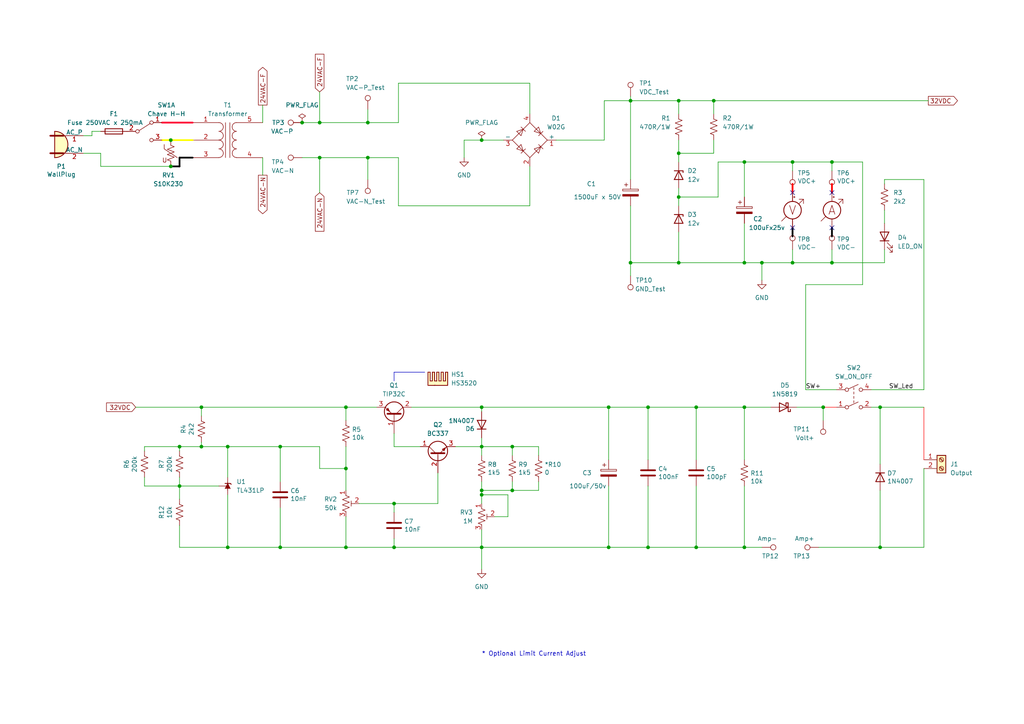
<source format=kicad_sch>
(kicad_sch (version 20230121) (generator eeschema)
  (paper "A4")
  (title_block (title "Linear Power Supply - 0V a 24 V - 500mA") (date "2023-10-15") (rev "1.0") (company "Made by A.T."))
  (lib_symbols
    (symbol "Connector:Conn_WallPlug" (pin_names (offset 0))
      (property "Reference" "P" (at -1.27 4.445 0))
      (property "Value" "Conn_WallPlug" (at -5.715 0 90))
      (symbol "Conn_WallPlug_0_1"
        (arc (start -3.175 -3.81) (mid 0.6184 0) (end -3.175 3.81) (stroke (width 0.254)) (fill (type background)))
        (polyline (pts (xy -4.445 -2.54) (xy -0.635 -2.54)) (stroke (width 0.508)))
        (polyline (pts (xy -4.445 2.54) (xy -0.635 2.54)) (stroke (width 0.508)))
        (polyline (pts (xy -3.175 -3.81) (xy -3.175 3.81)) (stroke (width 0.254)))
        (polyline (pts (xy -0.635 -2.54) (xy 2.54 -2.54)))
        (polyline (pts (xy -0.635 2.54) (xy 2.54 2.54)))
      )
      (symbol "Conn_WallPlug_1_1"
        (pin power_out line (at 5.08 2.54 180) (length 5.08) (name "AC_P") (number "1"))
        (pin power_out line (at 5.08 -2.54 180) (length 5.08) (name "AC_N") (number "2"))
      )
    )
    (symbol "Connector:Screw_Terminal_01x02" (pin_names (offset 1.016) hide)
      (property "Reference" "J" (at 0 2.54 0))
      (property "Value" "Screw_Terminal_01x02" (at 0 -5.08 0))
      (symbol "Screw_Terminal_01x02_1_1"
        (rectangle (start -1.27 1.27) (end 1.27 -3.81) (stroke (width 0.254)) (fill (type background)))
        (circle (center 0 -2.54) (radius 0.635) (stroke (width 0.1524)))
        (polyline (pts (xy -0.5334 -2.2098) (xy 0.3302 -3.048)) (stroke (width 0.1524)))
        (polyline (pts (xy -0.5334 0.3302) (xy 0.3302 -0.508)) (stroke (width 0.1524)))
        (polyline (pts (xy -0.3556 -2.032) (xy 0.508 -2.8702)) (stroke (width 0.1524)))
        (polyline (pts (xy -0.3556 0.508) (xy 0.508 -0.3302)) (stroke (width 0.1524)))
        (circle (center 0 0) (radius 0.635) (stroke (width 0.1524)))
        (pin passive line (at -5.08 0 0) (length 3.81) (name "Pin_1") (number "1"))
        (pin passive line (at -5.08 -2.54 0) (length 3.81) (name "Pin_2") (number "2"))
      )
    )
    (symbol "Connector:TestPoint" (pin_numbers hide) (pin_names (offset 0.762) hide)
      (property "Reference" "TP" (at 0 6.858 0))
      (property "Value" "TestPoint" (at 0 5.08 0))
      (symbol "TestPoint_0_1"
        (circle (center 0 3.302) (radius 0.762))
      )
      (symbol "TestPoint_1_1"
        (pin passive line (at 0 0 90) (length 2.54) (name "1") (number "1"))
      )
    )
    (symbol "Device:Ammeter_DC" (pin_numbers hide) (pin_names (offset 0.0254) hide)
      (property "Reference" "MES" (at -3.302 1.016 0))
      (property "Value" "Ammeter_DC" (at -3.302 -0.762 0))
      (symbol "Ammeter_DC_0_0"
        (polyline (pts (xy -3.175 -3.175) (xy -1.905 -1.905)))
        (polyline (pts (xy 1.905 1.905) (xy 3.175 3.175)))
        (polyline (pts (xy 1.905 3.175) (xy 3.175 3.175) (xy 3.175 1.905)))
        (text "A" (at 0 0 0) (effects (font (size 2.54 2.54))))
      )
      (symbol "Ammeter_DC_0_1"
        (polyline (pts (xy 0.254 3.81) (xy 0.762 3.81)))
        (polyline (pts (xy 0.508 4.064) (xy 0.508 3.556)))
        (circle (center 0 0) (radius 2.54) (stroke (width 0.254)))
      )
      (symbol "Ammeter_DC_1_1"
        (pin passive line (at 0 -5.08 90) (length 2.54) (name "-") (number "1"))
        (pin passive line (at 0 5.08 270) (length 2.54) (name "+") (number "2"))
      )
    )
    (symbol "Device:C" (pin_numbers hide) (pin_names (offset 0.254))
      (property "Reference" "C" (at 0.635 2.54 0))
      (property "Value" "C" (at 0.635 -2.54 0))
      (symbol "C_0_1"
        (polyline (pts (xy -2.032 -0.762) (xy 2.032 -0.762)) (stroke (width 0.508)))
        (polyline (pts (xy -2.032 0.762) (xy 2.032 0.762)) (stroke (width 0.508)))
      )
      (symbol "C_1_1"
        (pin passive line (at 0 3.81 270) (length 2.794) (name "~") (number "1"))
        (pin passive line (at 0 -3.81 90) (length 2.794) (name "~") (number "2"))
      )
    )
    (symbol "Device:C_Polarized" (pin_numbers hide) (pin_names (offset 0.254))
      (property "Reference" "C" (at 0.635 2.54 0))
      (property "Value" "C_Polarized" (at 0.635 -2.54 0))
      (symbol "C_Polarized_0_1"
        (rectangle (start -2.286 0.508) (end 2.286 1.016))
        (polyline (pts (xy -1.778 2.286) (xy -0.762 2.286)))
        (polyline (pts (xy -1.27 2.794) (xy -1.27 1.778)))
        (rectangle (start 2.286 -0.508) (end -2.286 -1.016) (fill (type outline)))
      )
      (symbol "C_Polarized_1_1"
        (pin passive line (at 0 3.81 270) (length 2.794) (name "~") (number "1"))
        (pin passive line (at 0 -3.81 90) (length 2.794) (name "~") (number "2"))
      )
    )
    (symbol "Device:D_Zener" (pin_numbers hide) (pin_names (offset 1.016) hide)
      (property "Reference" "D" (at 0 2.54 0))
      (property "Value" "D_Zener" (at 0 -2.54 0))
      (symbol "D_Zener_0_1"
        (polyline (pts (xy 1.27 0) (xy -1.27 0)))
        (polyline (pts (xy -1.27 -1.27) (xy -1.27 1.27) (xy -0.762 1.27)) (stroke (width 0.254)))
        (polyline (pts (xy 1.27 -1.27) (xy 1.27 1.27) (xy -1.27 0) (xy 1.27 -1.27)) (stroke (width 0.254)))
      )
      (symbol "D_Zener_1_1"
        (pin passive line (at -3.81 0 0) (length 2.54) (name "K") (number "1"))
        (pin passive line (at 3.81 0 180) (length 2.54) (name "A") (number "2"))
      )
    )
    (symbol "Device:Fuse" (pin_numbers hide) (pin_names (offset 0))
      (property "Reference" "F" (at 2.032 0 90))
      (property "Value" "Fuse" (at -1.905 0 90))
      (symbol "Fuse_0_1"
        (rectangle (start -0.762 -2.54) (end 0.762 2.54) (stroke (width 0.254)))
        (polyline (pts (xy 0 2.54) (xy 0 -2.54)))
      )
      (symbol "Fuse_1_1"
        (pin passive line (at 0 3.81 270) (length 1.27) (name "~") (number "1"))
        (pin passive line (at 0 -3.81 90) (length 1.27) (name "~") (number "2"))
      )
    )
    (symbol "Device:LED" (pin_numbers hide) (pin_names (offset 1.016) hide)
      (property "Reference" "D" (at 0 2.54 0))
      (property "Value" "LED" (at 0 -2.54 0))
      (symbol "LED_0_1"
        (polyline (pts (xy -1.27 -1.27) (xy -1.27 1.27)) (stroke (width 0.254)))
        (polyline (pts (xy -1.27 0) (xy 1.27 0)))
        (polyline (pts (xy 1.27 -1.27) (xy 1.27 1.27) (xy -1.27 0) (xy 1.27 -1.27)) (stroke (width 0.254)))
        (polyline (pts (xy -3.048 -0.762) (xy -4.572 -2.286) (xy -3.81 -2.286) (xy -4.572 -2.286) (xy -4.572 -1.524)))
        (polyline (pts (xy -1.778 -0.762) (xy -3.302 -2.286) (xy -2.54 -2.286) (xy -3.302 -2.286) (xy -3.302 -1.524)))
      )
      (symbol "LED_1_1"
        (pin passive line (at -3.81 0 0) (length 2.54) (name "K") (number "1"))
        (pin passive line (at 3.81 0 180) (length 2.54) (name "A") (number "2"))
      )
    )
    (symbol "Device:R_Potentiometer_Trim_US" (pin_names (offset 1.016) hide)
      (property "Reference" "RV" (at -4.445 0 90))
      (property "Value" "R_Potentiometer_Trim_US" (at -2.54 0 90))
      (symbol "R_Potentiometer_Trim_US_0_1"
        (polyline (pts (xy 0 -2.286) (xy 0 -2.54)))
        (polyline (pts (xy 0 2.286) (xy 0 2.54)))
        (polyline (pts (xy 1.524 0.762) (xy 1.524 -0.762)))
        (polyline (pts (xy 2.54 0) (xy 1.524 0)))
        (polyline (pts (xy 0 -0.762) (xy 1.016 -1.143) (xy 0 -1.524) (xy -1.016 -1.905) (xy 0 -2.286)))
        (polyline (pts (xy 0 0.762) (xy 1.016 0.381) (xy 0 0) (xy -1.016 -0.381) (xy 0 -0.762)))
        (polyline (pts (xy 0 2.286) (xy 1.016 1.905) (xy 0 1.524) (xy -1.016 1.143) (xy 0 0.762)))
      )
      (symbol "R_Potentiometer_Trim_US_1_1"
        (pin passive line (at 0 3.81 270) (length 1.27) (name "1") (number "1"))
        (pin passive line (at 3.81 0 180) (length 1.27) (name "2") (number "2"))
        (pin passive line (at 0 -3.81 90) (length 1.27) (name "3") (number "3"))
      )
    )
    (symbol "Device:R_US" (pin_numbers hide) (pin_names (offset 0))
      (property "Reference" "R" (at 2.54 0 90))
      (property "Value" "R_US" (at -2.54 0 90))
      (symbol "R_US_0_1"
        (polyline (pts (xy 0 -2.286) (xy 0 -2.54)))
        (polyline (pts (xy 0 2.286) (xy 0 2.54)))
        (polyline (pts (xy 0 -0.762) (xy 1.016 -1.143) (xy 0 -1.524) (xy -1.016 -1.905) (xy 0 -2.286)))
        (polyline (pts (xy 0 0.762) (xy 1.016 0.381) (xy 0 0) (xy -1.016 -0.381) (xy 0 -0.762)))
        (polyline (pts (xy 0 2.286) (xy 1.016 1.905) (xy 0 1.524) (xy -1.016 1.143) (xy 0 0.762)))
      )
      (symbol "R_US_1_1"
        (pin passive line (at 0 3.81 270) (length 1.27) (name "~") (number "1"))
        (pin passive line (at 0 -3.81 90) (length 1.27) (name "~") (number "2"))
      )
    )
    (symbol "Device:Transformer_SP_1S" (pin_names (offset 1.016) hide)
      (property "Reference" "T" (at 0 6.35 0))
      (property "Value" "Transformer_SP_1S" (at 0 -7.62 0))
      (symbol "Transformer_SP_1S_0_1"
        (arc (start -2.54 -5.0546) (mid -1.6599 -4.6901) (end -1.27 -3.81))
        (arc (start -2.54 -2.5146) (mid -1.6599 -2.1501) (end -1.27 -1.27))
        (arc (start -2.54 0.0254) (mid -1.6599 0.3899) (end -1.27 1.27))
        (arc (start -2.54 2.5654) (mid -1.6599 2.9299) (end -1.27 3.81))
        (arc (start -1.27 -3.81) (mid -1.642 -2.912) (end -2.54 -2.54))
        (arc (start -1.27 -1.27) (mid -1.642 -0.372) (end -2.54 0))
        (arc (start -1.27 1.27) (mid -1.642 2.168) (end -2.54 2.54))
        (arc (start -1.27 3.81) (mid -1.642 4.708) (end -2.54 5.08))
        (polyline (pts (xy -0.635 5.08) (xy -0.635 -5.08)))
        (polyline (pts (xy 0.635 -5.08) (xy 0.635 5.08)))
        (arc (start 1.2954 -1.27) (mid 1.6599 -2.1501) (end 2.54 -2.5146))
        (arc (start 1.2954 1.27) (mid 1.6599 0.3899) (end 2.54 0.0254))
        (arc (start 1.2954 3.81) (mid 1.6599 2.9299) (end 2.54 2.5654))
        (arc (start 1.3208 -3.81) (mid 1.6853 -4.6901) (end 2.5654 -5.0546))
        (arc (start 2.54 0) (mid 1.642 -0.372) (end 1.2954 -1.27))
        (arc (start 2.54 2.54) (mid 1.642 2.168) (end 1.2954 1.27))
        (arc (start 2.54 5.08) (mid 1.642 4.708) (end 1.2954 3.81))
        (arc (start 2.5654 -2.54) (mid 1.6674 -2.912) (end 1.3208 -3.81))
      )
      (symbol "Transformer_SP_1S_1_1"
        (pin passive line (at -10.16 5.08 0) (length 7.62) (name "PR1") (number "1"))
        (pin passive line (at -10.16 0 0) (length 7.62) (name "PM") (number "2"))
        (pin passive line (at -10.16 -5.08 0) (length 7.62) (name "PR2") (number "3"))
        (pin passive line (at 10.16 -5.08 180) (length 7.62) (name "S1") (number "4"))
        (pin passive line (at 10.16 5.08 180) (length 7.62) (name "S2") (number "5"))
      )
    )
    (symbol "Device:Varistor_US" (pin_numbers hide) (pin_names (offset 0))
      (property "Reference" "RV" (at 3.175 0 90))
      (property "Value" "Varistor_US" (at -3.175 0 90))
      (symbol "Varistor_US_0_0"
        (text "U" (at -1.778 -2.032 0) (effects (font (size 1.27 1.27))))
      )
      (symbol "Varistor_US_0_1"
        (polyline (pts (xy 0 -2.286) (xy 0 -2.54)))
        (polyline (pts (xy 0 2.286) (xy 0 2.54)))
        (polyline (pts (xy -1.905 2.54) (xy -1.905 1.27) (xy 1.905 -1.27)))
        (polyline (pts (xy 0 -0.762) (xy 1.016 -1.143) (xy 0 -1.524) (xy -1.016 -1.905) (xy 0 -2.286)))
        (polyline (pts (xy 0 0.762) (xy 1.016 0.381) (xy 0 0) (xy -1.016 -0.381) (xy 0 -0.762)))
        (polyline (pts (xy 0 2.286) (xy 1.016 1.905) (xy 0 1.524) (xy -1.016 1.143) (xy 0 0.762)))
      )
      (symbol "Varistor_US_1_1"
        (pin passive line (at 0 3.81 270) (length 1.27) (name "~") (number "1"))
        (pin passive line (at 0 -3.81 90) (length 1.27) (name "~") (number "2"))
      )
    )
    (symbol "Device:Voltmeter_DC" (pin_numbers hide) (pin_names (offset 0.0254) hide)
      (property "Reference" "MES" (at -3.302 1.016 0))
      (property "Value" "Voltmeter_DC" (at -3.302 -0.762 0))
      (symbol "Voltmeter_DC_0_0"
        (polyline (pts (xy -3.175 -3.175) (xy -1.905 -1.905)))
        (polyline (pts (xy 1.905 1.905) (xy 3.175 3.175)))
        (polyline (pts (xy 1.905 3.175) (xy 3.175 3.175) (xy 3.175 1.905)))
        (text "V" (at 0 0 0) (effects (font (size 2.54 2.54))))
      )
      (symbol "Voltmeter_DC_0_1"
        (polyline (pts (xy 0.254 3.81) (xy 0.762 3.81)))
        (polyline (pts (xy 0.508 4.064) (xy 0.508 3.556)))
        (circle (center 0 0) (radius 2.54) (stroke (width 0.254)))
      )
      (symbol "Voltmeter_DC_1_1"
        (pin passive line (at 0 -5.08 90) (length 2.54) (name "-") (number "1"))
        (pin passive line (at 0 5.08 270) (length 2.54) (name "+") (number "2"))
      )
    )
    (symbol "Diode:1N4007" (pin_numbers hide) (pin_names hide)
      (property "Reference" "D" (at 0 2.54 0))
      (property "Value" "1N4007" (at 0 -2.54 0))
      (symbol "1N4007_0_1"
        (polyline (pts (xy -1.27 1.27) (xy -1.27 -1.27)) (stroke (width 0.254)))
        (polyline (pts (xy 1.27 0) (xy -1.27 0)))
        (polyline (pts (xy 1.27 1.27) (xy 1.27 -1.27) (xy -1.27 0) (xy 1.27 1.27)) (stroke (width 0.254)))
      )
      (symbol "1N4007_1_1"
        (pin passive line (at -3.81 0 0) (length 2.54) (name "K") (number "1"))
        (pin passive line (at 3.81 0 180) (length 2.54) (name "A") (number "2"))
      )
    )
    (symbol "Diode:1N5819" (pin_numbers hide) (pin_names (offset 1.016) hide)
      (property "Reference" "D" (at 0 2.54 0))
      (property "Value" "1N5819" (at 0 -2.54 0))
      (symbol "1N5819_0_1"
        (polyline (pts (xy 1.27 0) (xy -1.27 0)))
        (polyline (pts (xy 1.27 1.27) (xy 1.27 -1.27) (xy -1.27 0) (xy 1.27 1.27)) (stroke (width 0.254)))
        (polyline (pts (xy -1.905 0.635) (xy -1.905 1.27) (xy -1.27 1.27) (xy -1.27 -1.27) (xy -0.635 -1.27) (xy -0.635 -0.635)) (stroke (width 0.254)))
      )
      (symbol "1N5819_1_1"
        (pin passive line (at -3.81 0 0) (length 2.54) (name "K") (number "1"))
        (pin passive line (at 3.81 0 180) (length 2.54) (name "A") (number "2"))
      )
    )
    (symbol "Diode_Bridge:W02G" (pin_names (offset 0))
      (property "Reference" "D" (at 2.54 6.985 0))
      (property "Value" "W02G" (at 2.54 5.08 0))
      (symbol "W02G_0_1"
        (polyline (pts (xy -2.54 3.81) (xy -1.27 2.54)))
        (polyline (pts (xy -1.27 -2.54) (xy -2.54 -3.81)))
        (polyline (pts (xy 2.54 -1.27) (xy 3.81 -2.54)))
        (polyline (pts (xy 2.54 1.27) (xy 3.81 2.54)))
        (polyline (pts (xy -3.81 2.54) (xy -2.54 1.27) (xy -1.905 3.175) (xy -3.81 2.54)))
        (polyline (pts (xy -2.54 -1.27) (xy -3.81 -2.54) (xy -1.905 -3.175) (xy -2.54 -1.27)))
        (polyline (pts (xy 1.27 2.54) (xy 2.54 3.81) (xy 3.175 1.905) (xy 1.27 2.54)))
        (polyline (pts (xy 3.175 -1.905) (xy 1.27 -2.54) (xy 2.54 -3.81) (xy 3.175 -1.905)))
        (polyline (pts (xy -5.08 0) (xy 0 -5.08) (xy 5.08 0) (xy 0 5.08) (xy -5.08 0)))
      )
      (symbol "W02G_1_1"
        (pin passive line (at 7.62 0 180) (length 2.54) (name "+") (number "1"))
        (pin passive line (at 0 -7.62 90) (length 2.54) (name "~") (number "2"))
        (pin passive line (at -7.62 0 0) (length 2.54) (name "-") (number "3"))
        (pin passive line (at 0 7.62 270) (length 2.54) (name "~") (number "4"))
      )
    )
    (symbol "Mechanical:Heatsink" (pin_names (offset 1.016))
      (property "Reference" "HS" (at 0 5.08 0))
      (property "Value" "Heatsink" (at 0 -1.27 0))
      (symbol "Heatsink_0_1"
        (polyline (pts (xy -0.3302 1.27) (xy -0.9652 1.27) (xy -0.9652 3.81) (xy -1.6002 3.81) (xy -1.6002 1.27) (xy -2.2352 1.27) (xy -2.2352 3.81) (xy -2.8702 3.81) (xy -2.8702 0) (xy -0.9652 0)) (stroke (width 0.254)) (fill (type background)))
        (polyline (pts (xy -0.3302 1.27) (xy -0.3302 3.81) (xy 0.3048 3.81) (xy 0.3048 1.27) (xy 0.9398 1.27) (xy 0.9398 3.81) (xy 1.5748 3.81) (xy 1.5748 1.27) (xy 2.2098 1.27) (xy 2.2098 3.81) (xy 2.8448 3.81) (xy 2.8448 0) (xy -0.9652 0)) (stroke (width 0.254)) (fill (type background)))
      )
    )
    (symbol "Reference_Voltage:TL431LP" (pin_numbers hide) (pin_names hide)
      (property "Reference" "U" (at -2.54 2.54 0))
      (property "Value" "TL431LP" (at 0 -2.54 0))
      (symbol "TL431LP_0_1"
        (polyline (pts (xy -1.27 0) (xy 0 0) (xy 1.27 0)))
        (polyline (pts (xy -0.762 0.762) (xy 0.762 0) (xy -0.762 -0.762)) (fill (type outline)))
        (polyline (pts (xy 0.508 -1.016) (xy 0.762 -0.762) (xy 0.762 0.762) (xy 0.762 0.762)) (stroke (width 0.254)))
      )
      (symbol "TL431LP_1_1"
        (pin passive line (at 0 2.54 270) (length 2.54) (name "REF") (number "1"))
        (pin passive line (at -2.54 0 0) (length 2.54) (name "A") (number "2"))
        (pin passive line (at 2.54 0 180) (length 2.54) (name "K") (number "3"))
      )
    )
    (symbol "Switch:SW_DPDT_x2" (pin_names (offset 0) hide)
      (property "Reference" "SW" (at 0 4.318 0))
      (property "Value" "SW_DPDT_x2" (at 0 -5.08 0))
      (symbol "SW_DPDT_x2_0_0"
        (circle (center -2.032 0) (radius 0.508))
        (circle (center 2.032 -2.54) (radius 0.508))
      )
      (symbol "SW_DPDT_x2_0_1"
        (polyline (pts (xy -1.524 0.254) (xy 1.651 2.286)))
        (circle (center 2.032 2.54) (radius 0.508))
      )
      (symbol "SW_DPDT_x2_1_1"
        (pin passive line (at 5.08 2.54 180) (length 2.54) (name "A") (number "1"))
        (pin passive line (at -5.08 0 0) (length 2.54) (name "B") (number "2"))
        (pin passive line (at 5.08 -2.54 180) (length 2.54) (name "C") (number "3"))
      )
      (symbol "SW_DPDT_x2_2_1"
        (pin passive line (at 5.08 2.54 180) (length 2.54) (name "A") (number "4"))
        (pin passive line (at -5.08 0 0) (length 2.54) (name "B") (number "5"))
        (pin passive line (at 5.08 -2.54 180) (length 2.54) (name "C") (number "6"))
      )
    )
    (symbol "Switch:SW_DPST" (pin_names (offset 0) hide)
      (property "Reference" "SW" (at 0 5.08 0))
      (property "Value" "SW_DPST" (at 0 -5.08 0))
      (symbol "SW_DPST_0_0"
        (circle (center -2.032 -2.54) (radius 0.508))
        (circle (center -2.032 2.54) (radius 0.508))
        (polyline (pts (xy -1.524 -2.286) (xy 1.27 -1.016)))
        (polyline (pts (xy -1.524 2.794) (xy 1.27 4.064)))
        (polyline (pts (xy 0 -1.27) (xy 0 -0.635)))
        (polyline (pts (xy 0 0) (xy 0 0.635)))
        (polyline (pts (xy 0 1.27) (xy 0 1.905)))
        (polyline (pts (xy 0 2.54) (xy 0 3.175)))
        (circle (center 2.032 -2.54) (radius 0.508))
        (circle (center 2.032 2.54) (radius 0.508))
      )
      (symbol "SW_DPST_1_1"
        (pin passive line (at -5.08 -2.54 0) (length 2.54) (name "1") (number "1"))
        (pin passive line (at 5.08 -2.54 180) (length 2.54) (name "2") (number "2"))
        (pin passive line (at -5.08 2.54 0) (length 2.54) (name "3") (number "3"))
        (pin passive line (at 5.08 2.54 180) (length 2.54) (name "4") (number "4"))
      )
    )
    (symbol "Transistor_BJT:BC337" (pin_names (offset 0) hide)
      (property "Reference" "Q" (at 5.08 1.905 0))
      (property "Value" "BC337" (at 5.08 0 0))
      (symbol "BC337_0_1"
        (polyline (pts (xy 0 0) (xy 0.635 0)))
        (polyline (pts (xy 0.635 0.635) (xy 2.54 2.54)))
        (polyline (pts (xy 0.635 -0.635) (xy 2.54 -2.54) (xy 2.54 -2.54)))
        (polyline (pts (xy 0.635 1.905) (xy 0.635 -1.905) (xy 0.635 -1.905)) (stroke (width 0.508)))
        (polyline (pts (xy 1.27 -1.778) (xy 1.778 -1.27) (xy 2.286 -2.286) (xy 1.27 -1.778) (xy 1.27 -1.778)) (fill (type outline)))
        (circle (center 1.27 0) (radius 2.8194) (stroke (width 0.254)))
      )
      (symbol "BC337_1_1"
        (pin passive line (at 2.54 5.08 270) (length 2.54) (name "C") (number "1"))
        (pin input line (at -5.08 0 0) (length 5.08) (name "B") (number "2"))
        (pin passive line (at 2.54 -5.08 90) (length 2.54) (name "E") (number "3"))
      )
    )
    (symbol "Transistor_BJT:TIP42" (pin_names (offset 0) hide)
      (property "Reference" "Q" (at 6.35 1.905 0))
      (property "Value" "TIP42" (at 6.35 0 0))
      (symbol "TIP42_0_1"
        (polyline (pts (xy 0.635 0.635) (xy 2.54 2.54)))
        (polyline (pts (xy 0.635 -0.635) (xy 2.54 -2.54) (xy 2.54 -2.54)))
        (polyline (pts (xy 0.635 1.905) (xy 0.635 -1.905) (xy 0.635 -1.905)) (stroke (width 0.508)))
        (polyline (pts (xy 2.286 -1.778) (xy 1.778 -2.286) (xy 1.27 -1.27) (xy 2.286 -1.778) (xy 2.286 -1.778)) (fill (type outline)))
        (circle (center 1.27 0) (radius 2.8194) (stroke (width 0.254)))
      )
      (symbol "TIP42_1_1"
        (pin input line (at -5.08 0 0) (length 5.715) (name "B") (number "1"))
        (pin passive line (at 2.54 5.08 270) (length 2.54) (name "C") (number "2"))
        (pin passive line (at 2.54 -5.08 90) (length 2.54) (name "E") (number "3"))
      )
    )
    (symbol "power:GND" (power) (pin_names (offset 0))
      (property "Value" "GND" (at 0 -3.81 0))
      (symbol "GND_0_1"
        (polyline (pts (xy 0 0) (xy 0 -1.27) (xy 1.27 -1.27) (xy 0 -2.54) (xy -1.27 -1.27) (xy 0 -1.27)))
      )
      (symbol "GND_1_1"
        (pin power_in line (at 0 0 270) (length 0) hide (name "GND") (number "1"))
      )
    )
    (symbol "power:PWR_FLAG" (power) (pin_numbers hide) (pin_names (offset 0) hide)
      (property "Value" "PWR_FLAG" (at 0 3.81 0))
      (symbol "PWR_FLAG_0_0"
        (pin power_out line (at 0 0 90) (length 0) (name "pwr") (number "1"))
      )
      (symbol "PWR_FLAG_0_1"
        (polyline (pts (xy 0 0) (xy 0 1.27) (xy -1.016 1.905) (xy 0 2.54) (xy 1.016 1.905) (xy 0 1.27)))
      )
    )
  )
  (bus_alias "Vout-" (members "Net-(D7-A)/"))
  (junction (at 58.42 118.11))
  (junction (at 241.3 46.99))
  (junction (at 139.7 142.24))
  (junction (at 66.04 129.54))
  (junction (at 52.07 140.97))
  (junction (at 207.01 29.21))
  (junction (at 187.96 118.11))
  (junction (at 201.93 118.11))
  (junction (at 58.42 129.54))
  (junction (at 215.9 46.99))
  (junction (at 49.53 40.64))
  (junction (at 81.28 129.54))
  (junction (at 229.87 76.2))
  (junction (at 196.85 44.45))
  (junction (at 66.04 158.75))
  (junction (at 220.98 76.2))
  (junction (at 139.7 158.75))
  (junction (at 255.27 158.75))
  (junction (at 100.33 135.89))
  (junction (at 106.68 45.72))
  (junction (at 49.53 48.26))
  (junction (at 238.76 118.11))
  (junction (at 92.71 35.56))
  (junction (at 81.28 158.75))
  (junction (at 196.85 29.21))
  (junction (at 87.63 35.56))
  (junction (at 255.27 118.11))
  (junction (at 139.7 143.51))
  (junction (at 196.85 76.2))
  (junction (at 215.9 158.75))
  (junction (at 187.96 158.75))
  (junction (at 139.7 129.54))
  (junction (at 176.53 158.75))
  (junction (at 176.53 118.11))
  (junction (at 52.07 129.54))
  (junction (at 148.59 129.54))
  (junction (at 100.33 158.75))
  (junction (at 114.3 158.75))
  (junction (at 215.9 76.2))
  (junction (at 114.3 146.05))
  (junction (at 106.68 35.56))
  (junction (at 215.9 118.11))
  (junction (at 241.3 76.2))
  (junction (at 92.71 45.72))
  (junction (at 139.7 40.64))
  (junction (at 148.59 142.24))
  (junction (at 201.93 158.75))
  (junction (at 196.85 57.15))
  (junction (at 139.7 118.11))
  (junction (at 182.88 76.2))
  (junction (at 100.33 118.11))
  (junction (at 182.88 29.21))
  (junction (at 229.87 46.99))
  (no_connect (at 229.87 55.88))
  (no_connect (at 241.3 55.88))
  (no_connect (at 241.3 66.04))
  (no_connect (at 229.87 66.04))
  (wire (pts (xy 176.53 118.11) (xy 176.53 133.35)))
  (wire (pts (xy 106.68 45.72) (xy 115.57 45.72)))
  (wire (pts (xy 233.68 113.03) (xy 233.68 82.55)))
  (wire (pts (xy 256.54 72.39) (xy 256.54 76.2)))
  (wire (pts (xy 100.33 158.75) (xy 114.3 158.75)))
  (wire (pts (xy 267.97 133.35) (xy 267.97 118.11)) (stroke (width 0) (color 255 0 0 1)))
  (wire (pts (xy 237.49 158.75) (xy 255.27 158.75)))
  (wire (pts (xy 49.53 48.26) (xy 29.21 48.26)))
  (wire (pts (xy 175.26 40.64) (xy 175.26 29.21)))
  (wire (pts (xy 87.63 35.56) (xy 92.71 35.56)))
  (wire (pts (xy 114.3 146.05) (xy 127 146.05)))
  (wire (pts (xy 26.67 39.37) (xy 26.67 38.1)))
  (wire (pts (xy 187.96 118.11) (xy 201.93 118.11)))
  (wire (pts (xy 255.27 118.11) (xy 267.97 118.11)))
  (wire (pts (xy 241.3 72.39) (xy 241.3 76.2)))
  (wire (pts (xy 39.37 118.11) (xy 58.42 118.11)))
  (wire (pts (xy 267.97 113.03) (xy 267.97 52.07)))
  (wire (pts (xy 115.57 24.13) (xy 153.67 24.13)))
  (wire (pts (xy 46.99 40.64) (xy 49.53 40.64)) (stroke (width 0.5) (color 255 255 0 1)))
  (wire (pts (xy 139.7 40.64) (xy 146.05 40.64)))
  (wire (pts (xy 52.07 138.43) (xy 52.07 140.97)))
  (wire (pts (xy 139.7 158.75) (xy 139.7 165.1)))
  (wire (pts (xy 156.21 132.08) (xy 156.21 129.54)))
  (wire (pts (xy 52.07 158.75) (xy 66.04 158.75)))
  (wire (pts (xy 81.28 129.54) (xy 81.28 139.7)))
  (wire (pts (xy 207.01 44.45) (xy 196.85 44.45)))
  (wire (pts (xy 100.33 149.86) (xy 100.33 158.75)))
  (wire (pts (xy 114.3 129.54) (xy 121.92 129.54)))
  (wire (pts (xy 41.91 138.43) (xy 41.91 140.97)))
  (wire (pts (xy 182.88 59.69) (xy 182.88 76.2)))
  (wire (pts (xy 49.53 40.64) (xy 55.88 40.64)) (stroke (width 0.5) (color 255 255 0 1)))
  (wire (pts (xy 115.57 24.13) (xy 115.57 35.56)))
  (wire (pts (xy 114.3 156.21) (xy 114.3 158.75)))
  (wire (pts (xy 229.87 46.99) (xy 229.87 49.53)))
  (wire (pts (xy 134.62 40.64) (xy 134.62 45.72)))
  (wire (pts (xy 207.01 29.21) (xy 207.01 33.02)))
  (wire (pts (xy 52.07 130.81) (xy 52.07 129.54)))
  (wire (pts (xy 49.53 48.26) (xy 52.07 48.26)) (stroke (width 0.5) (color 0 0 0 1)))
  (wire (pts (xy 104.14 146.05) (xy 114.3 146.05)))
  (wire (pts (xy 92.71 35.56) (xy 106.68 35.56)))
  (wire (pts (xy 255.27 158.75) (xy 267.97 158.75)))
  (wire (pts (xy 100.33 118.11) (xy 100.33 121.92)))
  (wire (pts (xy 147.32 149.86) (xy 147.32 143.51)))
  (wire (pts (xy 255.27 134.62) (xy 255.27 118.11)))
  (wire (pts (xy 182.88 27.94) (xy 182.88 29.21)))
  (wire (pts (xy 196.85 44.45) (xy 196.85 46.99)))
  (wire (pts (xy 58.42 129.54) (xy 66.04 129.54)))
  (wire (pts (xy 106.68 35.56) (xy 115.57 35.56)))
  (wire (pts (xy 182.88 29.21) (xy 182.88 52.07)))
  (wire (pts (xy 24.13 44.45) (xy 29.21 44.45)))
  (wire (pts (xy 76.2 45.72) (xy 76.2 50.8)))
  (wire (pts (xy 52.07 140.97) (xy 52.07 144.78)))
  (wire (pts (xy 196.85 67.31) (xy 196.85 76.2)))
  (wire (pts (xy 241.3 46.99) (xy 250.19 46.99)))
  (wire (pts (xy 252.73 118.11) (xy 255.27 118.11)))
  (wire (pts (xy 139.7 153.67) (xy 139.7 158.75)))
  (wire (pts (xy 115.57 59.69) (xy 115.57 45.72)))
  (wire (pts (xy 256.54 52.07) (xy 256.54 53.34)))
  (wire (pts (xy 100.33 135.89) (xy 100.33 142.24)))
  (wire (pts (xy 220.98 76.2) (xy 220.98 81.28)))
  (wire (pts (xy 92.71 45.72) (xy 106.68 45.72)))
  (polyline (pts (xy 229.87 66.04) (xy 229.87 68.58)) (stroke (width 0.508) (type solid) (color 0 0 0 1)))
  (wire (pts (xy 66.04 143.51) (xy 66.04 158.75)))
  (wire (pts (xy 139.7 158.75) (xy 176.53 158.75)))
  (wire (pts (xy 250.19 82.55) (xy 250.19 46.99)))
  (wire (pts (xy 229.87 46.99) (xy 241.3 46.99)))
  (wire (pts (xy 182.88 76.2) (xy 182.88 80.01)))
  (wire (pts (xy 81.28 129.54) (xy 92.71 129.54)))
  (wire (pts (xy 238.76 118.11) (xy 242.57 118.11)) (stroke (width 0) (color 255 0 0 1)))
  (wire (pts (xy 127 137.16) (xy 127 146.05)))
  (wire (pts (xy 207.01 29.21) (xy 269.24 29.21)))
  (wire (pts (xy 52.07 129.54) (xy 58.42 129.54)))
  (wire (pts (xy 132.08 129.54) (xy 139.7 129.54)))
  (wire (pts (xy 229.87 76.2) (xy 241.3 76.2)))
  (wire (pts (xy 182.88 76.2) (xy 196.85 76.2)))
  (wire (pts (xy 215.9 57.15) (xy 215.9 46.99)))
  (wire (pts (xy 238.76 118.11) (xy 238.76 121.92)))
  (wire (pts (xy 196.85 29.21) (xy 196.85 33.02)))
  (wire (pts (xy 208.28 46.99) (xy 215.9 46.99)))
  (wire (pts (xy 267.97 135.89) (xy 267.97 158.75)))
  (polyline (pts (xy 241.3 55.88) (xy 241.3 53.34)) (stroke (width 0.508) (type solid) (color 255 0 0 1)))
  (wire (pts (xy 220.98 76.2) (xy 229.87 76.2)))
  (wire (pts (xy 215.9 158.75) (xy 220.98 158.75)))
  (wire (pts (xy 231.14 118.11) (xy 238.76 118.11)))
  (wire (pts (xy 182.88 29.21) (xy 196.85 29.21)))
  (wire (pts (xy 201.93 118.11) (xy 215.9 118.11)))
  (wire (pts (xy 201.93 118.11) (xy 201.93 133.35)))
  (wire (pts (xy 215.9 64.77) (xy 215.9 76.2)))
  (wire (pts (xy 114.3 158.75) (xy 139.7 158.75)))
  (wire (pts (xy 161.29 40.64) (xy 175.26 40.64)))
  (wire (pts (xy 139.7 143.51) (xy 139.7 146.05)))
  (wire (pts (xy 115.57 59.69) (xy 153.67 59.69)))
  (wire (pts (xy 81.28 158.75) (xy 81.28 147.32)))
  (wire (pts (xy 156.21 142.24) (xy 156.21 139.7)))
  (wire (pts (xy 255.27 142.24) (xy 255.27 158.75)))
  (wire (pts (xy 139.7 118.11) (xy 176.53 118.11)))
  (wire (pts (xy 139.7 119.38) (xy 139.7 118.11)))
  (wire (pts (xy 176.53 118.11) (xy 187.96 118.11)))
  (wire (pts (xy 52.07 140.97) (xy 63.5 140.97)))
  (wire (pts (xy 24.13 39.37) (xy 26.67 39.37)))
  (wire (pts (xy 41.91 129.54) (xy 41.91 130.81)))
  (wire (pts (xy 196.85 40.64) (xy 196.85 44.45)))
  (wire (pts (xy 46.99 35.56) (xy 55.88 35.56)) (stroke (width 0.5) (color 255 1 36 1)))
  (wire (pts (xy 215.9 140.97) (xy 215.9 158.75)))
  (wire (pts (xy 156.21 129.54) (xy 148.59 129.54)))
  (wire (pts (xy 100.33 118.11) (xy 109.22 118.11)))
  (wire (pts (xy 242.57 113.03) (xy 233.68 113.03)))
  (wire (pts (xy 148.59 142.24) (xy 148.59 139.7)))
  (wire (pts (xy 233.68 82.55) (xy 250.19 82.55)))
  (wire (pts (xy 196.85 76.2) (xy 215.9 76.2)))
  (wire (pts (xy 139.7 142.24) (xy 148.59 142.24)))
  (wire (pts (xy 208.28 57.15) (xy 208.28 46.99)))
  (wire (pts (xy 187.96 140.97) (xy 187.96 158.75)))
  (wire (pts (xy 139.7 129.54) (xy 148.59 129.54)))
  (wire (pts (xy 66.04 158.75) (xy 81.28 158.75)))
  (wire (pts (xy 26.67 38.1) (xy 29.21 38.1)))
  (wire (pts (xy 143.51 149.86) (xy 147.32 149.86)))
  (wire (pts (xy 139.7 129.54) (xy 139.7 132.08)))
  (wire (pts (xy 52.07 45.72) (xy 55.88 45.72)) (stroke (width 0.5) (color 0 0 0 1)))
  (wire (pts (xy 207.01 40.64) (xy 207.01 44.45)))
  (wire (pts (xy 196.85 29.21) (xy 207.01 29.21)))
  (wire (pts (xy 215.9 76.2) (xy 220.98 76.2)))
  (wire (pts (xy 66.04 129.54) (xy 81.28 129.54)))
  (wire (pts (xy 139.7 127) (xy 139.7 129.54)))
  (wire (pts (xy 196.85 54.61) (xy 196.85 57.15)))
  (wire (pts (xy 153.67 48.26) (xy 153.67 59.69)))
  (wire (pts (xy 267.97 113.03) (xy 252.73 113.03)))
  (wire (pts (xy 153.67 33.02) (xy 153.67 24.13)))
  (wire (pts (xy 92.71 129.54) (xy 92.71 135.89)))
  (wire (pts (xy 139.7 142.24) (xy 139.7 143.51)))
  (wire (pts (xy 187.96 158.75) (xy 201.93 158.75)))
  (wire (pts (xy 147.32 143.51) (xy 139.7 143.51)))
  (wire (pts (xy 267.97 52.07) (xy 256.54 52.07)))
  (wire (pts (xy 58.42 128.27) (xy 58.42 129.54)))
  (wire (pts (xy 196.85 57.15) (xy 208.28 57.15)))
  (wire (pts (xy 229.87 72.39) (xy 229.87 76.2)))
  (wire (pts (xy 187.96 118.11) (xy 187.96 133.35)))
  (wire (pts (xy 100.33 129.54) (xy 100.33 135.89)))
  (wire (pts (xy 256.54 60.96) (xy 256.54 64.77)))
  (polyline (pts (xy 123.19 107.95) (xy 114.3 107.95)))
  (wire (pts (xy 215.9 118.11) (xy 215.9 133.35)))
  (wire (pts (xy 241.3 49.53) (xy 241.3 46.99)))
  (wire (pts (xy 196.85 57.15) (xy 196.85 59.69)))
  (wire (pts (xy 81.28 158.75) (xy 100.33 158.75)))
  (wire (pts (xy 52.07 48.26) (xy 52.07 45.72)) (stroke (width 0.5) (color 0 0 0 1)))
  (wire (pts (xy 148.59 129.54) (xy 148.59 132.08)))
  (wire (pts (xy 114.3 125.73) (xy 114.3 129.54)))
  (wire (pts (xy 176.53 158.75) (xy 187.96 158.75)))
  (wire (pts (xy 139.7 139.7) (xy 139.7 142.24)))
  (wire (pts (xy 58.42 118.11) (xy 58.42 120.65)))
  (wire (pts (xy 148.59 142.24) (xy 156.21 142.24)))
  (wire (pts (xy 215.9 46.99) (xy 229.87 46.99)))
  (wire (pts (xy 58.42 118.11) (xy 100.33 118.11)))
  (wire (pts (xy 175.26 29.21) (xy 182.88 29.21)))
  (wire (pts (xy 201.93 158.75) (xy 215.9 158.75)))
  (wire (pts (xy 76.2 30.48) (xy 76.2 35.56)))
  (wire (pts (xy 134.62 40.64) (xy 139.7 40.64)))
  (wire (pts (xy 87.63 45.72) (xy 92.71 45.72)))
  (wire (pts (xy 29.21 48.26) (xy 29.21 44.45)))
  (wire (pts (xy 52.07 140.97) (xy 41.91 140.97)))
  (polyline (pts (xy 114.3 107.95) (xy 114.3 110.49)))
  (wire (pts (xy 66.04 129.54) (xy 66.04 138.43)))
  (wire (pts (xy 52.07 129.54) (xy 41.91 129.54)))
  (wire (pts (xy 106.68 52.07) (xy 106.68 45.72)))
  (wire (pts (xy 176.53 140.97) (xy 176.53 158.75)))
  (wire (pts (xy 114.3 146.05) (xy 114.3 148.59)))
  (wire (pts (xy 52.07 152.4) (xy 52.07 158.75)))
  (wire (pts (xy 106.68 31.75) (xy 106.68 35.56)))
  (polyline (pts (xy 229.87 55.88) (xy 229.87 53.34)) (stroke (width 0.508) (type solid) (color 255 0 0 1)))
  (wire (pts (xy 201.93 140.97) (xy 201.93 158.75)))
  (wire (pts (xy 92.71 45.72) (xy 92.71 55.88)))
  (wire (pts (xy 215.9 118.11) (xy 223.52 118.11)))
  (wire (pts (xy 256.54 76.2) (xy 241.3 76.2)))
  (polyline (pts (xy 241.3 66.04) (xy 241.3 68.58)) (stroke (width 0.508) (type solid) (color 0 0 0 1)))
  (wire (pts (xy 92.71 26.67) (xy 92.71 35.56)))
  (wire (pts (xy 92.71 135.89) (xy 100.33 135.89)))
  (wire (pts (xy 119.38 118.11) (xy 139.7 118.11)))
  (text "* Optional Limit Current Adjust" (at 139.7 190.5 0) (effects (font (size 1.27 1.27)) (justify left bottom)))
  (label "SW_Led" (at 257.81 113.03 0))
  (label "SW+" (at 233.68 113.03 0))
  (global_label "24VAC-F" (shape input) (at 92.71 26.67 90) (property "Intersheetrefs" "${INTERSHEET_REFS}" (effects hide)))
  (global_label "24VAC-N" (shape output) (at 76.2 50.8 270) (property "Intersheetrefs" "${INTERSHEET_REFS}" (effects hide)))
  (global_label "32VDC" (shape output) (at 269.24 29.21 0) (property "Intersheetrefs" "${INTERSHEET_REFS}" (effects hide)))
  (global_label "24VAC-F" (shape output) (at 76.2 30.48 90) (property "Intersheetrefs" "${INTERSHEET_REFS}" (effects hide)))
  (global_label "32VDC" (shape input) (at 39.37 118.11 180) (property "Intersheetrefs" "${INTERSHEET_REFS}" (effects hide)))
  (global_label "24VAC-N" (shape input) (at 92.71 55.88 270) (property "Intersheetrefs" "${INTERSHEET_REFS}" (effects hide)))
  (symbol (lib_id "Connector:Conn_WallPlug") (at 19.05 41.91 0) (unit 1) (on_board no)
    (property "Reference" "P1" (at 17.78 48.26 0))
    (property "Value" "WallPlug" (at 17.78 50.5714 0))
    (property "Sim.Enable" "0" (effects hide))
  )
  (symbol (lib_id "Device:Fuse") (at 33.02 38.1 270) (unit 1) (on_board no)
    (property "Reference" "F1" (at 33.02 33.02 90))
    (property "Value" "Fuse 250VAC x 250mA" (at 30.48 35.56 90))
    (property "Sim.Enable" "0" (effects hide))
  )
  (symbol (lib_id "Connector:Screw_Terminal_01x02") (at 273.05 133.35 0) (unit 1)
    (property "Reference" "J1" (at 275.59 134.62 0) (effects (justify left)))
    (property "Value" "Output" (at 275.59 137.16 0) (effects (justify left)))
    (property "Footprint" "Connector_Phoenix_MC_HighVoltage:PhoenixContact_MCV_1,5_2-G-5.08_1x02_P5.08mm_Vertical" (effects hide))
  )
  (symbol (lib_id "Device:C") (at 187.96 137.16 0) (unit 1)
    (property "Reference" "C4" (at 190.881 135.9916 0) (effects (justify left)))
    (property "Value" "100nF" (at 190.881 138.303 0) (effects (justify left)))
    (property "Footprint" "Capacitor_THT:C_Disc_D5.0mm_W2.5mm_P2.50mm" (effects hide))
  )
  (symbol (lib_id "Connector:TestPoint") (at 229.87 49.53 180) (unit 1)
    (property "Reference" "TP5" (at 231.3432 50.1904 0) (effects (justify right)))
    (property "Value" "VDC+" (at 231.3432 52.5018 0) (effects (justify right)))
    (property "Footprint" "TestPoint:TestPoint_THTPad_D2.0mm_Drill1.0mm" (effects hide))
  )
  (symbol (lib_id "Device:Voltmeter_DC") (at 229.87 60.96 0) (unit 1) (in_bom no) (on_board no)
    (property "Reference" "Volts1" (effects hide))
    (property "Value" "Voltmeter_DC" (effects hide))
    (property "Sim.Enable" "0" (effects hide))
  )
  (symbol (lib_id "Connector:TestPoint") (at 229.87 72.39 0) (unit 1)
    (property "Reference" "TP8" (at 231.3432 69.3928 0) (effects (justify left)))
    (property "Value" "VDC-" (at 231.3432 71.7042 0) (effects (justify left)))
    (property "Footprint" "TestPoint:TestPoint_THTPad_D2.0mm_Drill1.0mm" (effects hide))
  )
  (symbol (lib_id "Connector:TestPoint") (at 241.3 49.53 180) (unit 1)
    (property "Reference" "TP6" (at 242.7732 50.1904 0) (effects (justify right)))
    (property "Value" "VDC+" (at 242.7732 52.5018 0) (effects (justify right)))
    (property "Footprint" "TestPoint:TestPoint_THTPad_D2.0mm_Drill1.0mm" (effects hide))
  )
  (symbol (lib_id "Connector:TestPoint") (at 241.3 72.39 0) (unit 1)
    (property "Reference" "TP9" (at 242.7732 69.3928 0) (effects (justify left)))
    (property "Value" "VDC-" (at 242.7732 71.7042 0) (effects (justify left)))
    (property "Footprint" "TestPoint:TestPoint_THTPad_D2.0mm_Drill1.0mm" (effects hide))
  )
  (symbol (lib_id "Connector:TestPoint") (at 87.63 45.72 90) (unit 1)
    (property "Reference" "TP4" (at 78.74 46.99 90) (effects (justify right)))
    (property "Value" "VAC-N" (at 78.74 49.53 90) (effects (justify right)))
    (property "Footprint" "TestPoint:TestPoint_THTPad_D2.5mm_Drill1.2mm" (effects hide))
  )
  (symbol (lib_id "Connector:TestPoint") (at 87.63 35.56 90) (unit 1)
    (property "Reference" "TP3" (at 82.55 35.56 90) (effects (justify left)))
    (property "Value" "VAC-P" (at 85.09 38.1 90) (effects (justify left)))
    (property "Footprint" "TestPoint:TestPoint_THTPad_D2.5mm_Drill1.2mm" (effects hide))
  )
  (symbol (lib_id "Connector:TestPoint") (at 238.76 121.92 180) (unit 1)
    (property "Reference" "TP11" (at 234.95 124.46 0) (effects (justify left)))
    (property "Value" "Volt+" (at 236.22 127 0) (effects (justify left)))
    (property "Footprint" "TestPoint:TestPoint_THTPad_D2.0mm_Drill1.0mm" (effects hide))
  )
  (symbol (lib_id "Device:D_Zener") (at 196.85 63.5 270) (unit 1)
    (property "Reference" "D3" (at 199.39 62.23 90) (effects (justify left)))
    (property "Value" "12v" (at 199.39 64.77 90) (effects (justify left)))
    (property "Footprint" "Diode_THT:D_DO-41_SOD81_P7.62mm_Horizontal" (effects hide))
  )
  (symbol (lib_id "Device:R_US") (at 207.01 36.83 180) (unit 1)
    (property "Reference" "R2" (at 209.55 34.29 0) (effects (justify right)))
    (property "Value" "470R/1W" (at 209.55 36.83 0) (effects (justify right)))
    (property "Footprint" "Resistor_THT:R_Axial_DIN0207_L6.3mm_D2.5mm_P7.62mm_Horizontal" (effects hide))
  )
  (symbol (lib_id "Device:R_US") (at 41.91 134.62 0) (unit 1)
    (property "Reference" "R6" (at 36.703 134.62 90))
    (property "Value" "200k" (at 39.0144 134.62 90))
    (property "Footprint" "Resistor_THT:R_Axial_DIN0207_L6.3mm_D2.5mm_P7.62mm_Horizontal" (effects hide))
  )
  (symbol (lib_id "Device:R_US") (at 139.7 135.89 0) (unit 1)
    (property "Reference" "R8" (at 141.4272 134.7216 0) (effects (justify left)))
    (property "Value" "1k5" (at 141.4272 137.033 0) (effects (justify left)))
    (property "Footprint" "Resistor_THT:R_Axial_DIN0207_L6.3mm_D2.5mm_P7.62mm_Horizontal" (effects hide))
  )
  (symbol (lib_id "Device:C") (at 81.28 143.51 0) (unit 1)
    (property "Reference" "C6" (at 84.201 142.3416 0) (effects (justify left)))
    (property "Value" "10nF" (at 84.201 144.653 0) (effects (justify left)))
    (property "Footprint" "Capacitor_THT:C_Disc_D5.0mm_W2.5mm_P2.50mm" (effects hide))
  )
  (symbol (lib_id "Device:R_US") (at 215.9 137.16 0) (unit 1)
    (property "Reference" "R11" (at 217.6272 137.2616 0) (effects (justify left)))
    (property "Value" "10k" (at 217.6272 139.573 0) (effects (justify left)))
    (property "Footprint" "Resistor_THT:R_Axial_DIN0207_L6.3mm_D2.5mm_P7.62mm_Horizontal" (effects hide))
  )
  (symbol (lib_id "Device:Varistor_US") (at 49.53 44.45 0) (unit 1) (on_board no)
    (property "Reference" "RV1" (at 46.99 50.8 0) (effects (justify left)))
    (property "Value" "S10K230" (at 44.45 53.34 0) (effects (justify left)))
    (property "Sim.Name" "kicad_builtin_varistor" (effects hide))
    (property "Sim.Device" "SUBCKT" (effects hide))
    (property "Sim.Pins" "1=A 2=B" (effects hide))
    (property "Sim.Params" "threshold=1k" (effects hide))
    (property "Sim.Library" "${KICAD7_SYMBOL_DIR}/Simulation_SPICE.sp" (effects hide))
    (property "Sim.Enable" "0" (effects hide))
  )
  (symbol (lib_id "Device:D_Zener") (at 196.85 50.8 270) (unit 1)
    (property "Reference" "D2" (at 199.39 49.53 90) (effects (justify left)))
    (property "Value" "12v" (at 199.39 52.07 90) (effects (justify left)))
    (property "Footprint" "Diode_THT:D_DO-41_SOD81_P7.62mm_Horizontal" (effects hide))
  )
  (symbol (lib_id "Device:R_US") (at 156.21 135.89 0) (unit 1)
    (property "Reference" "*R10" (at 157.9372 134.7216 0) (effects (justify left)))
    (property "Value" "0" (at 157.9372 137.033 0) (effects (justify left)))
    (property "Footprint" "Resistor_THT:R_Axial_DIN0207_L6.3mm_D2.5mm_P7.62mm_Horizontal" (effects hide))
  )
  (symbol (lib_id "Transistor_BJT:TIP42") (at 114.3 120.65 270) (mirror x) (unit 1)
    (property "Reference" "Q1" (at 114.3 111.76 90))
    (property "Value" "TIP32C" (at 114.3 114.3 90))
    (property "Footprint" "Package_TO_SOT_THT:TO-220-3_Vertical" (effects hide))
    (property "Datasheet" "https://www.centralsemi.com/get_document.php?cmp=1&mergetype=pd&mergepath=pd&pdf_id=TIP42.PDF" (effects hide))
  )
  (symbol (lib_id "Device:R_US") (at 196.85 36.83 180) (unit 1)
    (property "Reference" "R1" (at 191.77 34.29 0) (effects (justify right)))
    (property "Value" "470R/1W" (at 185.42 36.83 0) (effects (justify right)))
    (property "Footprint" "Resistor_THT:R_Axial_DIN0207_L6.3mm_D2.5mm_P7.62mm_Horizontal" (effects hide))
  )
  (symbol (lib_id "Device:C") (at 114.3 152.4 0) (unit 1)
    (property "Reference" "C7" (at 117.221 151.2316 0) (effects (justify left)))
    (property "Value" "10nF" (at 117.221 153.543 0) (effects (justify left)))
    (property "Footprint" "Capacitor_THT:C_Disc_D5.0mm_W2.5mm_P2.50mm" (effects hide))
  )
  (symbol (lib_id "Switch:SW_DPST") (at 247.65 115.57 0) (unit 1)
    (property "Reference" "SW2" (at 247.65 106.68 0))
    (property "Value" "SW_ON_OFF" (at 247.65 109.22 0))
    (property "Footprint" "Connector_Phoenix_MC_HighVoltage:PhoenixContact_MCV_1,5_4-G-5.08_1x04_P5.08mm_Vertical" (effects hide))
  )
  (symbol (lib_id "power:PWR_FLAG") (at 139.7 40.64 0) (unit 1)
    (property "Reference" "#FLG02" (effects hide))
    (property "Value" "PWR_FLAG" (at 139.7 35.56 0))
  )
  (symbol (lib_id "Connector:TestPoint") (at 220.98 158.75 270) (unit 1)
    (property "Reference" "TP12" (at 220.98 161.29 90) (effects (justify left)))
    (property "Value" "Amp-" (at 219.71 156.21 90) (effects (justify left)))
    (property "Footprint" "TestPoint:TestPoint_THTPad_D2.5mm_Drill1.2mm" (effects hide))
  )
  (symbol (lib_id "Device:C") (at 201.93 137.16 0) (unit 1)
    (property "Reference" "C5" (at 204.851 135.9916 0) (effects (justify left)))
    (property "Value" "100pF" (at 204.851 138.303 0) (effects (justify left)))
    (property "Footprint" "Capacitor_THT:C_Disc_D5.0mm_W2.5mm_P2.50mm" (effects hide))
  )
  (symbol (lib_id "Reference_Voltage:TL431LP") (at 66.04 140.97 90) (unit 1)
    (property "Reference" "U1" (at 68.58 139.7 90) (effects (justify right)))
    (property "Value" "TL431LP" (at 68.58 142.24 90) (effects (justify right)))
    (property "Footprint" "Package_TO_SOT_THT:TO-92_Inline" (effects hide))
    (property "Datasheet" "http://www.ti.com/lit/ds/symlink/tl431.pdf" (effects hide))
  )
  (symbol (lib_id "Switch:SW_DPDT_x2") (at 41.91 38.1 0) (unit 1) (on_board no)
    (property "Reference" "SW1" (at 48.26 30.48 0))
    (property "Value" "Chave H-H" (at 48.26 33.02 0))
    (property "Sim.Enable" "0" (effects hide))
  )
  (symbol (lib_id "Diode:1N5819") (at 227.33 118.11 180) (unit 1)
    (property "Reference" "D5" (at 227.6475 111.76 0))
    (property "Value" "1N5819" (at 227.6475 114.3 0))
    (property "Footprint" "Diode_THT:D_DO-41_SOD81_P7.62mm_Horizontal" (effects hide))
    (property "Datasheet" "http://www.vishay.com/docs/88525/1n5817.pdf" (effects hide))
  )
  (symbol (lib_id "Connector:TestPoint") (at 182.88 27.94 0) (unit 1)
    (property "Reference" "TP1" (at 185.42 24.13 0) (effects (justify left)))
    (property "Value" "VDC_Test" (at 185.42 26.67 0) (effects (justify left)))
    (property "Footprint" "TestPoint:TestPoint_THTPad_D2.0mm_Drill1.0mm" (effects hide))
  )
  (symbol (lib_id "Diode_Bridge:W02G") (at 153.67 40.64 0) (unit 1)
    (property "Reference" "D1" (at 161.29 34.29 0))
    (property "Value" "W02G" (at 161.29 36.83 0))
    (property "Footprint" "Diode_THT:Diode_Bridge_Round_D9.8mm" (effects hide))
    (property "Datasheet" "https://www.vishay.com/docs/88769/woo5g.pdf" (effects hide))
  )
  (symbol (lib_id "Diode:1N4007") (at 255.27 138.43 270) (unit 1)
    (property "Reference" "D7" (at 257.302 137.2616 90) (effects (justify left)))
    (property "Value" "1N4007" (at 257.302 139.573 90) (effects (justify left)))
    (property "Footprint" "Diode_THT:D_DO-41_SOD81_P7.62mm_Horizontal" (effects hide))
    (property "Datasheet" "http://www.vishay.com/docs/88503/1n4001.pdf" (effects hide))
    (property "Sim.Device" "D" (effects hide))
    (property "Sim.Pins" "1=K 2=A" (effects hide))
  )
  (symbol (lib_id "Connector:TestPoint") (at 106.68 31.75 0) (unit 1)
    (property "Reference" "TP2" (at 100.33 22.86 0) (effects (justify left)))
    (property "Value" "VAC-P_Test" (at 100.33 25.4 0) (effects (justify left)))
    (property "Footprint" "TestPoint:TestPoint_THTPad_D2.0mm_Drill1.0mm" (effects hide))
  )
  (symbol (lib_id "Device:R_Potentiometer_Trim_US") (at 139.7 149.86 0) (unit 1)
    (property "Reference" "RV3" (at 137.16 148.59 0) (effects (justify right)))
    (property "Value" "1M" (at 137.16 151.13 0) (effects (justify right)))
    (property "Footprint" "Potentiometer_THT:Potentiometer_Bourns_3296W_Vertical" (effects hide))
  )
  (symbol (lib_id "Device:R_US") (at 52.07 148.59 0) (unit 1)
    (property "Reference" "R12" (at 46.863 148.59 90))
    (property "Value" "10k" (at 49.1744 148.59 90))
    (property "Footprint" "Resistor_THT:R_Axial_DIN0207_L6.3mm_D2.5mm_P7.62mm_Horizontal" (effects hide))
  )
  (symbol (lib_id "Device:R_US") (at 148.59 135.89 0) (unit 1)
    (property "Reference" "R9" (at 150.3172 134.7216 0) (effects (justify left)))
    (property "Value" "1k5" (at 150.3172 137.033 0) (effects (justify left)))
    (property "Footprint" "Resistor_THT:R_Axial_DIN0207_L6.3mm_D2.5mm_P7.62mm_Horizontal" (effects hide))
  )
  (symbol (lib_id "power:PWR_FLAG") (at 87.63 35.56 0) (unit 1)
    (property "Reference" "#FLG01" (effects hide))
    (property "Value" "PWR_FLAG" (at 87.63 30.48 0))
  )
  (symbol (lib_id "power:GND") (at 220.98 81.28 0) (unit 1)
    (property "Reference" "#PWR02" (effects hide))
    (property "Value" "GND" (at 220.98 86.36 0))
  )
  (symbol (lib_id "power:GND") (at 134.62 45.72 0) (unit 1)
    (property "Reference" "#PWR01" (effects hide))
    (property "Value" "GND" (at 134.62 50.8 0))
  )
  (symbol (lib_id "Transistor_BJT:BC337") (at 127 132.08 90) (unit 1)
    (property "Reference" "Q2" (at 127 123.19 90))
    (property "Value" "BC337" (at 127 125.73 90))
    (property "Footprint" "Package_TO_SOT_THT:TO-92_Inline" (effects hide))
    (property "Datasheet" "https://diotec.com/tl_files/diotec/files/pdf/datasheets/bc337.pdf" (effects hide))
  )
  (symbol (lib_id "Connector:TestPoint") (at 182.88 80.01 180) (unit 1)
    (property "Reference" "TP10" (at 189.23 81.28 0) (effects (justify left)))
    (property "Value" "GND_Test" (at 193.04 83.82 0) (effects (justify left)))
    (property "Footprint" "TestPoint:TestPoint_THTPad_D2.0mm_Drill1.0mm" (effects hide))
  )
  (symbol (lib_id "Device:R_US") (at 52.07 134.62 0) (unit 1)
    (property "Reference" "R7" (at 46.863 134.62 90))
    (property "Value" "200k" (at 49.1744 134.62 90))
    (property "Footprint" "Resistor_THT:R_Axial_DIN0207_L6.3mm_D2.5mm_P7.62mm_Horizontal" (effects hide))
  )
  (symbol (lib_id "Device:C_Polarized") (at 176.53 137.16 0) (unit 1)
    (property "Reference" "C3" (at 168.91 137.16 0) (effects (justify left)))
    (property "Value" "100uF/50v" (at 165.1 140.97 0) (effects (justify left)))
    (property "Footprint" "Capacitor_THT:CP_Radial_D8.0mm_P2.50mm" (effects hide))
  )
  (symbol (lib_id "Device:C_Polarized") (at 182.88 55.88 0) (unit 1)
    (property "Reference" "C1" (at 170.18 53.34 0) (effects (justify left)))
    (property "Value" "1500uF x 50V" (at 166.37 57.15 0) (effects (justify left)))
    (property "Footprint" "Capacitor_THT:CP_Radial_D16.0mm_P7.50mm" (effects hide))
  )
  (symbol (lib_id "Connector:TestPoint") (at 106.68 52.07 180) (unit 1)
    (property "Reference" "TP7" (at 104.14 55.88 0) (effects (justify left)))
    (property "Value" "VAC-N_Test" (at 111.76 58.42 0) (effects (justify left)))
    (property "Footprint" "TestPoint:TestPoint_THTPad_D2.0mm_Drill1.0mm" (effects hide))
  )
  (symbol (lib_id "Mechanical:Heatsink") (at 127 111.76 0) (unit 1) (on_board no)
    (property "Reference" "HS1" (at 130.81 108.585 0) (effects (justify left)))
    (property "Value" "HS3520" (at 130.81 111.125 0) (effects (justify left)))
    (property "Sim.Enable" "0" (effects hide))
  )
  (symbol (lib_id "Device:Transformer_SP_1S") (at 66.04 40.64 0) (unit 1) (on_board no)
    (property "Reference" "T1" (at 66.0527 30.48 0))
    (property "Value" "Transformer" (at 66.0527 33.02 0))
    (property "Sim.Enable" "0" (effects hide))
  )
  (symbol (lib_id "Connector:TestPoint") (at 237.49 158.75 90) (unit 1)
    (property "Reference" "TP13" (at 234.95 161.29 90) (effects (justify left)))
    (property "Value" "Amp+" (at 236.22 156.21 90) (effects (justify left)))
    (property "Footprint" "TestPoint:TestPoint_THTPad_D2.5mm_Drill1.2mm" (effects hide))
  )
  (symbol (lib_id "Device:R_US") (at 58.42 124.46 0) (unit 1)
    (property "Reference" "R4" (at 53.213 124.46 90))
    (property "Value" "2k2" (at 55.5244 124.46 90))
    (property "Footprint" "Resistor_THT:R_Axial_DIN0207_L6.3mm_D2.5mm_P7.62mm_Horizontal" (effects hide))
  )
  (symbol (lib_id "Device:R_US") (at 256.54 57.15 0) (unit 1)
    (property "Reference" "R3" (at 259.08 55.88 0) (effects (justify left)))
    (property "Value" "2k2" (at 259.08 58.42 0) (effects (justify left)))
    (property "Footprint" "Resistor_THT:R_Axial_DIN0207_L6.3mm_D2.5mm_P7.62mm_Horizontal" (effects hide))
  )
  (symbol (lib_id "power:GND") (at 139.7 165.1 0) (unit 1)
    (property "Reference" "#PWR03" (effects hide))
    (property "Value" "GND" (at 139.7 170.18 0))
  )
  (symbol (lib_id "Device:C_Polarized") (at 215.9 60.96 0) (unit 1)
    (property "Reference" "C2" (at 218.44 63.5 0) (effects (justify left)))
    (property "Value" "100uFx25v" (at 217.17 66.04 0) (effects (justify left)))
    (property "Footprint" "Capacitor_THT:CP_Radial_D6.3mm_P2.50mm" (effects hide))
  )
  (symbol (lib_id "Device:R_Potentiometer_Trim_US") (at 100.33 146.05 0) (unit 1)
    (property "Reference" "RV2" (at 97.79 144.78 0) (effects (justify right)))
    (property "Value" "50k" (at 97.79 147.32 0) (effects (justify right)))
    (property "Footprint" "Potentiometer_THT:Potentiometer_Bourns_3296W_Vertical" (effects hide))
  )
  (symbol (lib_id "Device:R_US") (at 100.33 125.73 0) (unit 1)
    (property "Reference" "R5" (at 102.0572 124.5616 0) (effects (justify left)))
    (property "Value" "10k" (at 102.0572 126.873 0) (effects (justify left)))
    (property "Footprint" "Resistor_THT:R_Axial_DIN0207_L6.3mm_D2.5mm_P7.62mm_Horizontal" (effects hide))
  )
  (symbol (lib_id "Device:LED") (at 256.54 68.58 90) (unit 1)
    (property "Reference" "D4" (at 260.35 68.8975 90) (effects (justify right)))
    (property "Value" "LED_ON" (at 260.35 71.4375 90) (effects (justify right)))
    (property "Footprint" "LED_THT:LED_D3.0mm" (effects hide))
  )
  (symbol (lib_id "Diode:1N4007") (at 139.7 123.19 90) (unit 1)
    (property "Reference" "D6" (at 137.668 124.3584 90) (effects (justify left)))
    (property "Value" "1N4007" (at 137.668 122.047 90) (effects (justify left)))
    (property "Footprint" "Diode_THT:D_DO-41_SOD81_P7.62mm_Horizontal" (effects hide))
    (property "Datasheet" "http://www.vishay.com/docs/88503/1n4001.pdf" (effects hide))
    (property "Sim.Device" "D" (effects hide))
    (property "Sim.Pins" "1=K 2=A" (effects hide))
  )
  (symbol (lib_id "Device:Ammeter_DC") (at 241.3 60.96 0) (unit 1) (in_bom no) (on_board no)
    (property "Reference" "Amp1" (effects hide))
    (property "Value" "Ammeter_DC" (effects hide))
    (property "Footprint" "Diode_THT:D_DO-34_SOD68_P7.62mm_Horizontal" (effects hide))
    (property "Sim.Enable" "0" (effects hide))
  )
)
</source>
